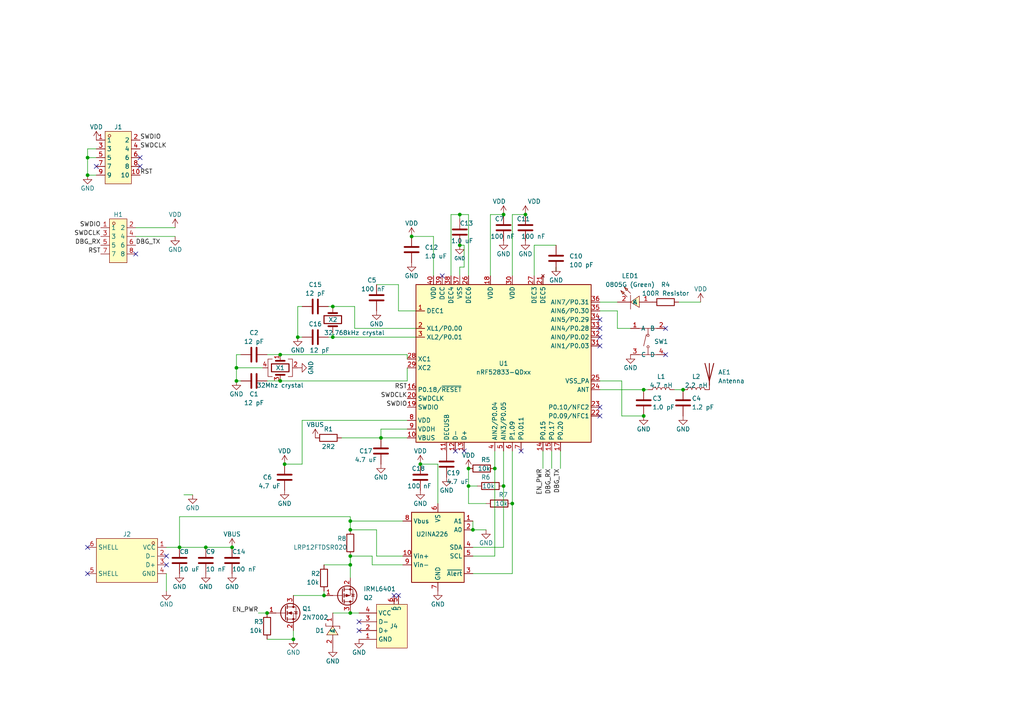
<source format=kicad_sch>
(kicad_sch (version 20231120) (generator "eeschema") (generator_version "8.0")
  (paper "A4")
  (lib_symbols
    (symbol "Device:Antenna" (pin_numbers hide) (pin_names (offset 1.016) hide)
      (property "Reference" "AE" (at -1.905 1.905 0))
      (property "Value" "Antenna" (at -1.905 0 0))
      (symbol "Antenna_1_1"
        (pin input line (at 0 -5.08 90) (length 2.54) (name "A") (number "1"))
      )
    )
    (symbol "Ostranna:1.0 pF" (pin_numbers hide) (pin_names (offset 0.254))
      (property "Reference" "C" (at 0.635 2.54 0))
      (property "Value" "1.0 pF" (at 0.635 -2.54 0))
      (symbol "1.0 pF_1_1"
        (pin passive line (at 0 3.81 270) (length 2.794) (name "~") (number "1"))
        (pin passive line (at 0 -3.81 90) (length 2.794) (name "~") (number "2"))
      )
    )
    (symbol "Ostranna:1.0 uF" (pin_numbers hide) (pin_names (offset 0.254))
      (property "Reference" "C" (at 0.635 2.54 0))
      (property "Value" "1.0 uF" (at 0.635 -2.54 0))
      (symbol "1.0 uF_1_1"
        (pin passive line (at 0 3.81 270) (length 2.794) (name "~") (number "1"))
        (pin passive line (at 0 -3.81 90) (length 2.794) (name "~") (number "2"))
      )
    )
    (symbol "Ostranna:1.2 pF" (pin_numbers hide) (pin_names (offset 0.254))
      (property "Reference" "C" (at 0.635 2.54 0))
      (property "Value" "1.2 pF" (at 0.635 -2.54 0))
      (symbol "1.2 pF_1_1"
        (pin passive line (at 0 3.81 270) (length 2.794) (name "~") (number "1"))
        (pin passive line (at 0 -3.81 90) (length 2.794) (name "~") (number "2"))
      )
    )
    (symbol "Ostranna:10 nF" (pin_numbers hide) (pin_names (offset 0.254))
      (property "Reference" "C" (at 0.635 2.54 0))
      (property "Value" "10 nF" (at 0.635 -2.54 0))
      (symbol "10 nF_1_1"
        (pin passive line (at 0 3.81 270) (length 2.794) (name "~") (number "1"))
        (pin passive line (at 0 -3.81 90) (length 2.794) (name "~") (number "2"))
      )
    )
    (symbol "Ostranna:10 uF" (pin_numbers hide) (pin_names (offset 0.254))
      (property "Reference" "C" (at 0.635 2.54 0))
      (property "Value" "10 uF" (at 0.635 -2.54 0))
      (symbol "10 uF_1_1"
        (pin passive line (at 0 3.81 270) (length 2.794) (name "~") (number "1"))
        (pin passive line (at 0 -3.81 90) (length 2.794) (name "~") (number "2"))
      )
    )
    (symbol "Ostranna:100 nF" (pin_numbers hide) (pin_names (offset 0.254))
      (property "Reference" "C" (at 0.635 2.54 0))
      (property "Value" "100 nF" (at 0.635 -2.54 0))
      (symbol "100 nF_1_1"
        (pin passive line (at 0 3.81 270) (length 2.794) (name "~") (number "1"))
        (pin passive line (at 0 -3.81 90) (length 2.794) (name "~") (number "2"))
      )
    )
    (symbol "Ostranna:100 pF" (pin_numbers hide) (pin_names (offset 0.254))
      (property "Reference" "C" (at 0.635 2.54 0))
      (property "Value" "100 pF" (at 0.635 -2.54 0))
      (symbol "100 pF_1_1"
        (pin passive line (at 0 3.81 270) (length 2.794) (name "~") (number "1"))
        (pin passive line (at 0 -3.81 90) (length 2.794) (name "~") (number "2"))
      )
    )
    (symbol "Ostranna:100R Resistor" (pin_numbers hide) (pin_names (offset 0))
      (property "Reference" "R" (at 2.032 0 90))
      (property "Value" "100R Resistor" (at 0 0 90))
      (symbol "100R Resistor_1_1"
        (pin passive line (at 0 3.81 270) (length 1.27) (name "~") (number "1"))
        (pin passive line (at 0 -3.81 90) (length 1.27) (name "~") (number "2"))
      )
    )
    (symbol "Ostranna:10k Resistor" (pin_numbers hide) (pin_names (offset 0))
      (property "Reference" "R" (at 2.032 0 90))
      (property "Value" "10k" (at 0 0 90))
      (symbol "10k Resistor_1_1"
        (pin passive line (at 0 3.81 270) (length 1.27) (name "~") (number "1"))
        (pin passive line (at 0 -3.81 90) (length 1.27) (name "~") (number "2"))
      )
    )
    (symbol "Ostranna:12 pF" (pin_numbers hide) (pin_names (offset 0.254))
      (property "Reference" "C" (at 0.635 2.54 0))
      (property "Value" "12 pF" (at 0.635 -2.54 0))
      (symbol "12 pF_1_1"
        (pin passive line (at 0 3.81 270) (length 2.794) (name "~") (number "1"))
        (pin passive line (at 0 -3.81 90) (length 2.794) (name "~") (number "2"))
      )
    )
    (symbol "Ostranna:2.2 nH" (pin_numbers hide) (pin_names (offset 1.016) hide)
      (property "Reference" "L" (at -1.27 0 90))
      (property "Value" "2.2 nH" (at 1.905 0 90))
      (symbol "2.2 nH_1_1"
        (pin passive line (at 0 3.81 270) (length 1.27) (name "1") (number "1"))
        (pin passive line (at 0 -3.81 90) (length 1.27) (name "2") (number "2"))
      )
    )
    (symbol "Ostranna:2N7002" (pin_names (offset 0) hide)
      (property "Reference" "Q" (at 5.08 1.27 0))
      (property "Value" "2N7002" (at 5.08 -1.27 0))
      (symbol "2N7002_1_1"
        (pin input line (at -5.08 0 0) (length 2.54) (name "G") (number "1"))
        (pin passive line (at 2.54 -5.08 90) (length 2.54) (name "S") (number "2"))
        (pin passive line (at 2.54 5.08 270) (length 2.54) (name "D") (number "3"))
      )
    )
    (symbol "Ostranna:2R2" (pin_numbers hide) (pin_names (offset 0))
      (property "Reference" "R" (at 2.032 0 90))
      (property "Value" "2R2" (at 0 0 90))
      (symbol "2R2_1_1"
        (pin passive line (at 0 3.81 270) (length 1.27) (name "~") (number "1"))
        (pin passive line (at 0 -3.81 90) (length 1.27) (name "~") (number "2"))
      )
    )
    (symbol "Ostranna:32.768kHz crystal" (pin_numbers hide) (pin_names (offset 1.016) hide)
      (property "Reference" "X" (at 0 3.81 0))
      (property "Value" "32.768kHz crystal" (at 0 -3.81 0))
      (symbol "32.768kHz crystal_1_1"
        (pin passive line (at -3.81 0 0) (length 1.27) (name "1") (number "1"))
        (pin passive line (at 3.81 0 180) (length 1.27) (name "2") (number "2"))
      )
    )
    (symbol "Ostranna:32Mhz crystal" (pin_names (offset 1.016) hide)
      (property "Reference" "X" (at 3.175 5.08 0))
      (property "Value" "32Mhz crystal" (at 3.175 3.175 0))
      (symbol "32Mhz crystal_1_1"
        (pin passive line (at -3.81 0 0) (length 1.27) (name "1") (number "1"))
        (pin passive line (at 0 5.08 270) (length 1.27) (name "2") (number "2"))
        (pin passive line (at 3.81 0 180) (length 1.27) (name "3") (number "3"))
        (pin passive line (at 0 -5.08 90) (length 1.27) (name "4") (number "4"))
      )
    )
    (symbol "Ostranna:4.7 nH" (pin_numbers hide) (pin_names (offset 1.016) hide)
      (property "Reference" "L" (at -1.27 0 90))
      (property "Value" "4.7 nH" (at 1.905 0 90))
      (symbol "4.7 nH_1_1"
        (pin passive line (at 0 3.81 270) (length 1.27) (name "1") (number "1"))
        (pin passive line (at 0 -3.81 90) (length 1.27) (name "2") (number "2"))
      )
    )
    (symbol "Ostranna:4.7 uF" (pin_numbers hide) (pin_names (offset 0.254))
      (property "Reference" "C" (at 0.635 2.54 0))
      (property "Value" "4.7 uF" (at 0.635 -2.54 0))
      (symbol "4.7 uF_1_1"
        (pin passive line (at 0 3.81 270) (length 2.794) (name "~") (number "1"))
        (pin passive line (at 0 -3.81 90) (length 2.794) (name "~") (number "2"))
      )
    )
    (symbol "Ostranna:INA226"
      (property "Reference" "U" (at -6.35 11.43 0))
      (property "Value" "INA226" (at 3.81 11.43 0))
      (symbol "INA226_1_1"
        (pin input line (at 10.16 7.62 180) (length 2.54) (name "A1") (number "1"))
        (pin input line (at -10.16 -2.54 0) (length 2.54) (name "Vin+") (number "10"))
        (pin input line (at 10.16 5.08 180) (length 2.54) (name "A0") (number "2"))
        (pin open_collector line (at 10.16 -7.62 180) (length 2.54) (name "~{Alert}") (number "3"))
        (pin bidirectional line (at 10.16 0 180) (length 2.54) (name "SDA") (number "4"))
        (pin input line (at 10.16 -2.54 180) (length 2.54) (name "SCL") (number "5"))
        (pin power_in line (at 0 12.7 270) (length 2.54) (name "VS") (number "6"))
        (pin power_in line (at 0 -12.7 90) (length 2.54) (name "GND") (number "7"))
        (pin input line (at -10.16 7.62 0) (length 2.54) (name "Vbus") (number "8"))
        (pin input line (at -10.16 -5.08 0) (length 2.54) (name "Vin-") (number "9"))
      )
    )
    (symbol "Ostranna:IRML6401" (pin_names (offset 0) hide)
      (property "Reference" "Q" (at 5.08 1.27 0))
      (property "Value" "IRML6401" (at 5.08 -1.27 0))
      (symbol "IRML6401_1_1"
        (pin input line (at -5.08 0 0) (length 2.54) (name "G") (number "1"))
        (pin passive line (at 2.54 -5.08 90) (length 2.54) (name "S") (number "2"))
        (pin passive line (at 2.54 5.08 270) (length 2.54) (name "D") (number "3"))
      )
    )
    (symbol "Ostranna:LRP12FTDSR020" (pin_numbers hide) (pin_names (offset 0))
      (property "Reference" "R" (at 2.032 0 90))
      (property "Value" "LRP12FTDSR020" (at 0 0 90))
      (symbol "LRP12FTDSR020_1_1"
        (pin passive line (at 0 3.81 270) (length 1.27) (name "~") (number "1"))
        (pin passive line (at 0 -3.81 90) (length 1.27) (name "~") (number "2"))
      )
    )
    (symbol "Ostranna:nRF52833-QDxx"
      (property "Reference" "U" (at -2.54 0 0))
      (property "Value" "nRF52833-QDxx" (at -2.54 -2.54 0))
      (symbol "nRF52833-QDxx_1_1"
        (pin passive line (at -25.4 15.24 0) (length 2.54) (name "DEC1") (number "1"))
        (pin power_in line (at -27.94 -21.59 0) (length 2.54) (name "VBUS") (number "10"))
        (pin passive line (at -16.51 -25.4 90) (length 2.54) (name "DECUSB") (number "11"))
        (pin bidirectional line (at -13.97 -25.4 90) (length 2.54) (name "D-") (number "12"))
        (pin bidirectional line (at -11.43 -25.4 90) (length 2.54) (name "D+") (number "13"))
        (pin bidirectional line (at 11.43 -25.4 90) (length 2.54) (name "P0.15") (number "14"))
        (pin bidirectional line (at 13.97 -25.4 90) (length 2.54) (name "P0.17") (number "15"))
        (pin bidirectional line (at -27.94 -7.62 0) (length 2.54) (name "P0.18/~{RESET}") (number "16"))
        (pin bidirectional line (at 16.51 -25.4 90) (length 2.54) (name "P0.20") (number "17"))
        (pin power_in line (at -3.81 25.4 270) (length 2.54) (name "VDD") (number "18"))
        (pin bidirectional line (at -27.94 -12.7 0) (length 2.54) (name "SWDIO") (number "19"))
        (pin input line (at -25.4 10.16 0) (length 2.54) (name "XL1/P0.00") (number "2"))
        (pin input line (at -27.94 -10.16 0) (length 2.54) (name "SWDCLK") (number "20"))
        (pin no_connect line (at 11.43 25.4 270) (length 2.54) (name "DEC5") (number "21"))
        (pin bidirectional line (at 27.94 -15.24 180) (length 2.54) (name "P0.09/NFC1") (number "22"))
        (pin bidirectional line (at 27.94 -12.7 180) (length 2.54) (name "P0.10/NFC2") (number "23"))
        (pin passive line (at 27.94 -7.62 180) (length 2.54) (name "ANT") (number "24"))
        (pin power_in line (at 27.94 -5.08 180) (length 2.54) (name "VSS_PA") (number "25"))
        (pin passive line (at -10.16 25.4 270) (length 2.54) (name "DEC6") (number "26"))
        (pin passive line (at 8.89 25.4 270) (length 2.54) (name "DEC3") (number "27"))
        (pin input line (at -27.94 1.27 0) (length 2.54) (name "XC1") (number "28"))
        (pin input line (at -27.94 -1.27 0) (length 2.54) (name "XC2") (number "29"))
        (pin input line (at -25.4 7.62 0) (length 2.54) (name "XL2/P0.01") (number "3"))
        (pin power_in line (at 2.54 25.4 270) (length 2.54) (name "VDD") (number "30"))
        (pin bidirectional line (at 27.94 5.08 180) (length 2.54) (name "AIN1/P0.03") (number "31"))
        (pin bidirectional line (at 27.94 7.62 180) (length 2.54) (name "AIN0/P0.02") (number "32"))
        (pin bidirectional line (at 27.94 10.16 180) (length 2.54) (name "AIN4/P0.28") (number "33"))
        (pin bidirectional line (at 27.94 12.7 180) (length 2.54) (name "AIN5/P0.29") (number "34"))
        (pin bidirectional line (at 27.94 15.24 180) (length 2.54) (name "AIN6/P0.30") (number "35"))
        (pin bidirectional line (at 27.94 17.78 180) (length 2.54) (name "AIN7/P0.31") (number "36"))
        (pin power_in line (at -12.7 25.4 270) (length 2.54) (name "VSS") (number "37"))
        (pin passive line (at -15.24 25.4 270) (length 2.54) (name "DEC4") (number "38"))
        (pin power_out line (at -17.78 25.4 270) (length 2.54) (name "DCC") (number "39"))
        (pin bidirectional line (at -2.54 -25.4 90) (length 2.54) (name "AIN2/P0.04") (number "4"))
        (pin power_in line (at -20.32 25.4 270) (length 2.54) (name "VDD") (number "40"))
        (pin passive line (at -22.86 25.4 270) (length 2.54) hide (name "VSS") (number "41"))
        (pin bidirectional line (at 0 -25.4 90) (length 2.54) (name "AIN3/P0.05") (number "5"))
        (pin bidirectional line (at 2.54 -25.4 90) (length 2.54) (name "P1.09") (number "6"))
        (pin bidirectional line (at 5.08 -25.4 90) (length 2.54) (name "P0.011") (number "7"))
        (pin power_in line (at -27.94 -16.51 0) (length 2.54) (name "VDD") (number "8"))
        (pin power_in line (at -27.94 -19.05 0) (length 2.54) (name "VDDH") (number "9"))
      )
    )
    (symbol "easyeda2kicad:0805G(Green)"
      (property "Reference" "LED" (at 0 5.08 0))
      (property "Value" "0805G (Green)" (at 0 -5.08 0))
      (symbol "0805G(Green)_0_1"
        (pin unspecified line (at 5.08 0 180) (length 3.81) (name "A") (number "1"))
        (pin unspecified line (at -5.08 0 0) (length 3.81) (name "K") (number "2"))
      )
    )
    (symbol "easyeda2kicad:1N5819WS"
      (property "Reference" "D" (at 0 5.08 0))
      (property "Value" "1N5819WS" (at 0 -5.08 0))
      (symbol "1N5819WS_0_1"
        (pin unspecified line (at -5.08 0 0) (length 3.81) (name "C") (number "1"))
        (pin unspecified line (at 5.08 0 180) (length 3.81) (name "A") (number "2"))
      )
    )
    (symbol "easyeda2kicad:917-P81A202ES60201"
      (property "Reference" "USB" (at 0 10.16 0))
      (property "Value" "917-P81A202ES60201" (at 0 -7.62 0))
      (symbol "917-P81A202ES60201_0_1"
        (pin unspecified line (at -12.7 5.08 0) (length 2.54) (name "VCC") (number "1"))
        (pin unspecified line (at -12.7 2.54 0) (length 2.54) (name "D-") (number "2"))
        (pin unspecified line (at -12.7 0 0) (length 2.54) (name "D+") (number "3"))
        (pin unspecified line (at -12.7 -2.54 0) (length 2.54) (name "GND") (number "4"))
        (pin unspecified line (at 10.16 -2.54 180) (length 2.54) (name "SHELL") (number "5"))
        (pin unspecified line (at 10.16 5.08 180) (length 2.54) (name "SHELL") (number "6"))
      )
    )
    (symbol "easyeda2kicad:A_FLCPTruecolor1.2pillar_C42605"
      (property "Reference" "USB" (at 0 6.35 0))
      (property "Value" "A/F LCPTrue color1.2pillar_C42605" (at 0 -16.51 0))
      (symbol "A_FLCPTruecolor1.2pillar_C42605_0_1"
        (pin unspecified line (at 6.35 1.27 180) (length 5.08) (name "GND") (number "1"))
        (pin unspecified line (at 6.35 -1.27 180) (length 5.08) (name "D+") (number "2"))
        (pin unspecified line (at 6.35 -3.81 180) (length 5.08) (name "D-") (number "3"))
        (pin unspecified line (at 6.35 -6.35 180) (length 5.08) (name "VCC") (number "4"))
        (pin unspecified line (at -5.08 -11.43 90) (length 2.54) (name "5") (number "5"))
        (pin unspecified line (at -3.81 -11.43 90) (length 2.54) (name "6") (number "6"))
      )
    )
    (symbol "easyeda2kicad:DZ254R-22-08-63"
      (property "Reference" "H" (at 0 8.89 0))
      (property "Value" "DZ254R-22-08-63" (at 0 -8.89 0))
      (symbol "DZ254R-22-08-63_0_1"
        (pin unspecified line (at -5.08 3.81 0) (length 2.54) (name "1") (number "1"))
        (pin unspecified line (at 5.08 3.81 180) (length 2.54) (name "2") (number "2"))
        (pin unspecified line (at -5.08 1.27 0) (length 2.54) (name "3") (number "3"))
        (pin unspecified line (at 5.08 1.27 180) (length 2.54) (name "4") (number "4"))
        (pin unspecified line (at -5.08 -1.27 0) (length 2.54) (name "5") (number "5"))
        (pin unspecified line (at 5.08 -1.27 180) (length 2.54) (name "6") (number "6"))
        (pin unspecified line (at -5.08 -3.81 0) (length 2.54) (name "7") (number "7"))
        (pin unspecified line (at 5.08 -3.81 180) (length 2.54) (name "8") (number "8"))
      )
    )
    (symbol "easyeda2kicad:KH-1.27PH180-2X5P-L7.2-SMT"
      (property "Reference" "H" (at 0 10.16 0))
      (property "Value" "KH-1.27PH180-2X5P-L7.2-SMT" (at 0 -10.16 0))
      (symbol "KH-1.27PH180-2X5P-L7.2-SMT_0_1"
        (pin unspecified line (at -6.35 5.08 0) (length 2.54) (name "1") (number "1"))
        (pin unspecified line (at 6.35 -5.08 180) (length 2.54) (name "10") (number "10"))
        (pin unspecified line (at 6.35 5.08 180) (length 2.54) (name "2") (number "2"))
        (pin unspecified line (at -6.35 2.54 0) (length 2.54) (name "3") (number "3"))
        (pin unspecified line (at 6.35 2.54 180) (length 2.54) (name "4") (number "4"))
        (pin unspecified line (at -6.35 0 0) (length 2.54) (name "5") (number "5"))
        (pin unspecified line (at 6.35 0 180) (length 2.54) (name "6") (number "6"))
        (pin unspecified line (at -6.35 -2.54 0) (length 2.54) (name "7") (number "7"))
        (pin unspecified line (at 6.35 -2.54 180) (length 2.54) (name "8") (number "8"))
        (pin unspecified line (at -6.35 -5.08 0) (length 2.54) (name "9") (number "9"))
      )
    )
    (symbol "easyeda2kicad:TS-1187A-B-A-B"
      (property "Reference" "SW" (at 0 7.62 0))
      (property "Value" "TS-1187A-B-A-B" (at 0 -10.16 0))
      (symbol "TS-1187A-B-A-B_0_1"
        (pin unspecified line (at -5.08 2.54 0) (length 2.54) (name "A") (number "1"))
        (pin unspecified line (at 5.08 2.54 180) (length 2.54) (name "B") (number "2"))
        (pin unspecified line (at -5.08 -5.08 0) (length 2.54) (name "C") (number "3"))
        (pin unspecified line (at 5.08 -5.08 180) (length 2.54) (name "D") (number "4"))
      )
    )
    (symbol "power:GND" (power) (pin_names (offset 0))
      (property "Value" "GND" (at 0 -3.81 0))
      (symbol "GND_1_1"
        (pin power_in line (at 0 0 270) (length 0) hide (name "GND") (number "1"))
      )
    )
    (symbol "power:VBUS" (power) (pin_names (offset 0))
      (property "Value" "VBUS" (at 0 3.81 0))
      (symbol "VBUS_1_1"
        (pin power_in line (at 0 0 90) (length 0) hide (name "VBUS") (number "1"))
      )
    )
    (symbol "power:VDD" (power) (pin_names (offset 0))
      (property "Value" "VDD" (at 0 3.81 0))
      (symbol "VDD_1_1"
        (pin power_in line (at 0 0 90) (length 0) hide (name "VDD") (number "1"))
      )
    )
  )
  (junction (at 148.59 146.05))
  (junction (at 101.6 151.13))
  (junction (at 133.35 62.23))
  (junction (at 52.07 158.75))
  (junction (at 67.31 158.75))
  (junction (at 143.51 135.89))
  (junction (at 25.4 45.72))
  (junction (at 110.49 127))
  (junction (at 119.38 68.58))
  (junction (at 121.92 134.62))
  (junction (at 68.58 106.68))
  (junction (at 81.28 110.49))
  (junction (at 86.36 97.79))
  (junction (at 186.69 120.65))
  (junction (at 77.47 177.8))
  (junction (at 101.6 161.29))
  (junction (at 82.55 134.62))
  (junction (at 146.05 140.97))
  (junction (at 59.69 158.75))
  (junction (at 186.69 113.03))
  (junction (at 135.89 140.97))
  (junction (at 137.16 153.67))
  (junction (at 93.98 172.72))
  (junction (at 68.58 110.49))
  (junction (at 96.52 97.79))
  (junction (at 146.05 62.23))
  (junction (at 101.6 153.67))
  (junction (at 101.6 177.8))
  (junction (at 152.4 62.23))
  (junction (at 85.09 185.42))
  (junction (at 198.12 113.03))
  (junction (at 101.6 163.83))
  (junction (at 135.89 135.89))
  (junction (at 81.28 102.87))
  (junction (at 133.35 71.12))
  (junction (at 25.4 50.8))
  (junction (at 96.52 88.9))
  (no_connect (at 25.4 166.37))
  (no_connect (at 173.99 92.71))
  (no_connect (at 40.64 45.72))
  (no_connect (at 134.62 130.81))
  (no_connect (at 39.37 73.66))
  (no_connect (at 173.99 97.79))
  (no_connect (at 27.94 48.26))
  (no_connect (at 115.57 172.72))
  (no_connect (at 173.99 100.33))
  (no_connect (at 88.9 246.38))
  (no_connect (at 132.08 130.81))
  (no_connect (at 173.99 120.65))
  (no_connect (at 193.04 102.87))
  (no_connect (at 104.14 180.34))
  (no_connect (at 193.04 95.25))
  (no_connect (at 104.14 182.88))
  (no_connect (at 48.26 161.29))
  (no_connect (at 40.64 48.26))
  (no_connect (at 151.13 130.81))
  (no_connect (at 114.3 172.72))
  (no_connect (at 173.99 118.11))
  (no_connect (at 25.4 158.75))
  (no_connect (at 128.27 80.01))
  (no_connect (at 48.26 163.83))
  (no_connect (at 173.99 95.25))
  (wire (pts (xy 125.73 68.58) (xy 119.38 68.58)))
  (wire (pts (xy 148.59 146.05) (xy 148.59 166.37)))
  (wire (pts (xy 110.49 127) (xy 118.11 127)))
  (wire (pts (xy 118.11 110.49) (xy 118.11 106.68)))
  (wire (pts (xy 187.96 113.03) (xy 186.69 113.03)))
  (wire (pts (xy 101.6 161.29) (xy 101.6 163.83)))
  (wire (pts (xy 102.87 95.25) (xy 102.87 88.9)))
  (wire (pts (xy 68.58 106.68) (xy 76.2 106.68)))
  (wire (pts (xy 196.85 87.63) (xy 203.2 87.63)))
  (wire (pts (xy 162.56 130.81) (xy 162.56 135.89)))
  (wire (pts (xy 180.34 120.65) (xy 186.69 120.65)))
  (wire (pts (xy 127 134.62) (xy 127 146.05)))
  (wire (pts (xy 143.51 135.89) (xy 143.51 161.29)))
  (wire (pts (xy 52.07 149.86) (xy 52.07 158.75)))
  (wire (pts (xy 173.99 90.17) (xy 179.07 90.17)))
  (wire (pts (xy 179.07 87.63) (xy 173.99 87.63)))
  (wire (pts (xy 143.51 130.81) (xy 143.51 135.89)))
  (wire (pts (xy 27.94 50.8) (xy 25.4 50.8)))
  (wire (pts (xy 137.16 166.37) (xy 148.59 166.37)))
  (wire (pts (xy 77.47 110.49) (xy 81.28 110.49)))
  (wire (pts (xy 107.95 161.29) (xy 101.6 161.29)))
  (wire (pts (xy 130.81 62.23) (xy 133.35 62.23)))
  (wire (pts (xy 77.47 102.87) (xy 81.28 102.87)))
  (wire (pts (xy 101.6 163.83) (xy 101.6 167.64)))
  (wire (pts (xy 87.63 121.92) (xy 118.11 121.92)))
  (wire (pts (xy 107.95 163.83) (xy 107.95 161.29)))
  (wire (pts (xy 121.92 134.62) (xy 127 134.62)))
  (wire (pts (xy 133.35 63.5) (xy 133.35 62.23)))
  (wire (pts (xy 148.59 146.05) (xy 148.59 130.81)))
  (wire (pts (xy 137.16 161.29) (xy 143.51 161.29)))
  (wire (pts (xy 25.4 50.8) (xy 25.4 45.72)))
  (wire (pts (xy 82.55 134.62) (xy 87.63 134.62)))
  (wire (pts (xy 85.09 185.42) (xy 85.09 182.88)))
  (wire (pts (xy 148.59 62.23) (xy 152.4 62.23)))
  (wire (pts (xy 68.58 102.87) (xy 68.58 106.68)))
  (wire (pts (xy 93.98 163.83) (xy 101.6 163.83)))
  (wire (pts (xy 101.6 151.13) (xy 101.6 149.86)))
  (wire (pts (xy 135.89 135.89) (xy 135.89 140.97)))
  (wire (pts (xy 99.06 127) (xy 110.49 127)))
  (wire (pts (xy 173.99 113.03) (xy 186.69 113.03)))
  (wire (pts (xy 81.28 102.87) (xy 118.11 102.87)))
  (wire (pts (xy 59.69 158.75) (xy 67.31 158.75)))
  (wire (pts (xy 148.59 80.01) (xy 148.59 62.23)))
  (wire (pts (xy 173.99 110.49) (xy 180.34 110.49)))
  (wire (pts (xy 161.29 78.74) (xy 161.29 77.47)))
  (wire (pts (xy 140.97 146.05) (xy 135.89 146.05)))
  (wire (pts (xy 142.24 62.23) (xy 142.24 80.01)))
  (wire (pts (xy 180.34 110.49) (xy 180.34 120.65)))
  (wire (pts (xy 25.4 45.72) (xy 27.94 45.72)))
  (wire (pts (xy 154.94 80.01) (xy 154.94 71.12)))
  (wire (pts (xy 115.57 90.17) (xy 115.57 82.55)))
  (wire (pts (xy 157.48 130.81) (xy 157.48 135.89)))
  (wire (pts (xy 179.07 95.25) (xy 182.88 95.25)))
  (wire (pts (xy 120.65 90.17) (xy 115.57 90.17)))
  (wire (pts (xy 52.07 158.75) (xy 59.69 158.75)))
  (wire (pts (xy 135.89 62.23) (xy 135.89 80.01)))
  (wire (pts (xy 27.94 43.18) (xy 25.4 43.18)))
  (wire (pts (xy 86.36 88.9) (xy 86.36 97.79)))
  (wire (pts (xy 102.87 88.9) (xy 96.52 88.9)))
  (wire (pts (xy 87.63 88.9) (xy 86.36 88.9)))
  (wire (pts (xy 146.05 140.97) (xy 146.05 130.81)))
  (wire (pts (xy 95.25 88.9) (xy 96.52 88.9)))
  (wire (pts (xy 109.22 153.67) (xy 101.6 153.67)))
  (wire (pts (xy 25.4 43.18) (xy 25.4 45.72)))
  (wire (pts (xy 87.63 134.62) (xy 87.63 121.92)))
  (wire (pts (xy 118.11 124.46) (xy 110.49 124.46)))
  (wire (pts (xy 137.16 153.67) (xy 140.97 153.67)))
  (wire (pts (xy 81.28 110.49) (xy 118.11 110.49)))
  (wire (pts (xy 133.35 62.23) (xy 135.89 62.23)))
  (wire (pts (xy 68.58 106.68) (xy 68.58 110.49)))
  (wire (pts (xy 160.02 130.81) (xy 160.02 135.89)))
  (wire (pts (xy 48.26 166.37) (xy 48.26 171.45)))
  (wire (pts (xy 96.52 97.79) (xy 96.52 96.52)))
  (wire (pts (xy 115.57 82.55) (xy 109.22 82.55)))
  (wire (pts (xy 74.93 177.8) (xy 77.47 177.8)))
  (wire (pts (xy 137.16 158.75) (xy 146.05 158.75)))
  (wire (pts (xy 179.07 90.17) (xy 179.07 95.25)))
  (wire (pts (xy 118.11 102.87) (xy 118.11 104.14)))
  (wire (pts (xy 133.35 77.47) (xy 134.62 77.47)))
  (wire (pts (xy 109.22 161.29) (xy 116.84 161.29)))
  (wire (pts (xy 53.34 143.51) (xy 55.88 143.51)))
  (wire (pts (xy 135.89 140.97) (xy 138.43 140.97)))
  (wire (pts (xy 101.6 151.13) (xy 101.6 153.67)))
  (wire (pts (xy 96.52 97.79) (xy 120.65 97.79)))
  (wire (pts (xy 96.52 177.8) (xy 101.6 177.8)))
  (wire (pts (xy 85.09 172.72) (xy 93.98 172.72)))
  (wire (pts (xy 116.84 163.83) (xy 107.95 163.83)))
  (wire (pts (xy 101.6 151.13) (xy 116.84 151.13)))
  (wire (pts (xy 52.07 149.86) (xy 101.6 149.86)))
  (wire (pts (xy 195.58 113.03) (xy 198.12 113.03)))
  (wire (pts (xy 77.47 185.42) (xy 85.09 185.42)))
  (wire (pts (xy 125.73 80.01) (xy 125.73 68.58)))
  (wire (pts (xy 50.8 66.04) (xy 39.37 66.04)))
  (wire (pts (xy 110.49 124.46) (xy 110.49 127)))
  (wire (pts (xy 137.16 151.13) (xy 137.16 153.67)))
  (wire (pts (xy 142.24 62.23) (xy 146.05 62.23)))
  (wire (pts (xy 133.35 80.01) (xy 133.35 77.47)))
  (wire (pts (xy 154.94 71.12) (xy 161.29 71.12)))
  (wire (pts (xy 135.89 140.97) (xy 135.89 146.05)))
  (wire (pts (xy 134.62 71.12) (xy 133.35 71.12)))
  (wire (pts (xy 48.26 158.75) (xy 52.07 158.75)))
  (wire (pts (xy 109.22 161.29) (xy 109.22 153.67)))
  (wire (pts (xy 146.05 140.97) (xy 146.05 158.75)))
  (wire (pts (xy 95.25 97.79) (xy 96.52 97.79)))
  (wire (pts (xy 120.65 95.25) (xy 102.87 95.25)))
  (wire (pts (xy 93.98 171.45) (xy 93.98 172.72)))
  (wire (pts (xy 69.85 102.87) (xy 68.58 102.87)))
  (wire (pts (xy 39.37 68.58) (xy 50.8 68.58)))
  (wire (pts (xy 134.62 77.47) (xy 134.62 71.12)))
  (wire (pts (xy 87.63 97.79) (xy 86.36 97.79)))
  (wire (pts (xy 104.14 177.8) (xy 101.6 177.8)))
  (wire (pts (xy 130.81 80.01) (xy 130.81 62.23)))
  (wire (pts (xy 68.58 110.49) (xy 69.85 110.49)))
  (label "DBG_TX" (at 162.56 135.89 270))
  (label "DBG_RX" (at 160.02 135.89 270))
  (label "EN_PWR" (at 157.48 135.89 270))
  (label "SWDIO" (at 40.64 40.64 0))
  (label "RST" (at 40.64 50.8 0))
  (label "SWDIO" (at 118.11 118.11 180))
  (label "RST" (at 29.21 73.66 180))
  (label "SWDCLK" (at 118.11 115.57 180))
  (label "RST" (at 118.11 113.03 180))
  (label "EN_PWR" (at 74.93 177.8 180))
  (label "SWDCLK" (at 29.21 68.58 180))
  (label "SWDCLK" (at 40.64 43.18 0))
  (label "DBG_TX" (at 39.37 71.12 0))
  (label "SWDIO" (at 29.21 66.04 180))
  (label "DBG_RX" (at 29.21 71.12 180))
  (symbol (lib_id "easyeda2kicad:0805G(Green)") (at 184.15 87.63 0) (unit 1)
    (property "Reference" "LED1" (at 182.755 80.01 0))
    (property "Value" "0805G (Green)" (at 182.755 82.55 0))
    (property "Footprint" "easyeda2kicad:LED0805-R-RD" (effects (hide yes)))
    (property "Datasheet" "https://lcsc.com/product-detail/Light-Emitting-Diodes-LED_Green-0805-Highlighted_C2297.html" (effects (hide yes)))
    (property "Manufacturer" "KENTO" (effects (hide yes)))
    (property "LCSC Part" "C2297" (effects (hide yes)))
    (property "JLC Part" "Basic Part" (effects (hide yes)))
  )
  (symbol (lib_id "Ostranna:12 pF") (at 73.66 102.87 90) (unit 1)
    (property "Reference" "C2" (at 73.66 96.52 90))
    (property "Value" "12 pF" (at 73.66 99.06 90))
    (property "Footprint" "Capacitor_SMD:C_0402_1005Metric" (effects (hide yes)))
    (property "LCSC" "C1547" (effects (hide yes)))
    (property "LCSC type" "Basic" (effects (hide yes)))
  )
  (symbol (lib_id "power:GND") (at 146.05 69.85 0) (unit 1)
    (property "Reference" "#PWR010" (effects (hide yes)))
    (property "Value" "GND" (at 146.05 73.66 0))
  )
  (symbol (lib_id "power:GND") (at 109.22 90.17 0) (unit 1)
    (property "Reference" "#PWR013" (effects (hide yes)))
    (property "Value" "GND" (at 109.22 93.98 0))
  )
  (symbol (lib_id "Ostranna:12 pF") (at 91.44 88.9 90) (unit 1)
    (property "Reference" "C15" (at 91.44 82.55 90))
    (property "Value" "12 pF" (at 91.44 85.09 90))
    (property "Footprint" "Capacitor_SMD:C_0402_1005Metric" (effects (hide yes)))
    (property "LCSC" "C1547" (effects (hide yes)))
    (property "LCSC type" "Basic" (effects (hide yes)))
  )
  (symbol (lib_id "Ostranna:4.7 uF") (at 129.54 134.62 0) (unit 1)
    (property "Reference" "C19" (at 129.54 137.16 0) (effects (justify left)))
    (property "Value" "4.7 uF" (at 129.54 139.7 0) (effects (justify left)))
    (property "Footprint" "Capacitor_SMD:C_0603_1608Metric" (effects (hide yes)))
    (property "LCSC" "C19666" (effects (hide yes)))
    (property "LCSC type" "Basic" (effects (hide yes)))
  )
  (symbol (lib_id "power:VDD") (at 146.05 62.23 0) (unit 1)
    (property "Reference" "#PWR09" (effects (hide yes)))
    (property "Value" "VDD" (at 144.78 58.42 0))
  )
  (symbol (lib_id "Ostranna:2.2 nH") (at 201.93 113.03 90) (unit 1)
    (property "Reference" "L2" (at 201.93 109.22 90))
    (property "Value" "2.2 nH" (at 201.93 111.76 90))
    (property "Footprint" "Inductor_SMD:L_0402_1005Metric" (effects (hide yes)))
    (property "LCSC" "C2044084" (effects (hide yes)))
  )
  (symbol (lib_id "power:GND") (at 104.14 185.42 0) (unit 1)
    (property "Reference" "#PWR026" (effects (hide yes)))
    (property "Value" "GND" (at 104.14 189.23 0))
  )
  (symbol (lib_id "power:VDD") (at 82.55 134.62 0) (unit 1)
    (property "Reference" "#PWR016" (effects (hide yes)))
    (property "Value" "VDD" (at 82.55 130.81 0))
  )
  (symbol (lib_id "power:GND") (at 59.69 166.37 0) (unit 1)
    (property "Reference" "#PWR028" (effects (hide yes)))
    (property "Value" "GND" (at 59.69 170.18 0))
  )
  (symbol (lib_id "Ostranna:100 nF") (at 121.92 138.43 0) (unit 1)
    (property "Reference" "C18" (at 119.38 135.89 0) (effects (justify left)))
    (property "Value" "100 nF" (at 118.11 140.97 0) (effects (justify left)))
    (property "Footprint" "Capacitor_SMD:C_0402_1005Metric" (effects (hide yes)))
    (property "LCSC" "C1525" (effects (hide yes)))
    (property "LCSC type" "Basic" (effects (hide yes)))
  )
  (symbol (lib_id "power:GND") (at 96.52 187.96 0) (unit 1)
    (property "Reference" "#PWR037" (effects (hide yes)))
    (property "Value" "GND" (at 96.52 191.77 0))
  )
  (symbol (lib_id "Ostranna:4.7 uF") (at 82.55 138.43 0) (unit 1)
    (property "Reference" "C6" (at 76.2 138.43 0) (effects (justify left)))
    (property "Value" "4.7 uF" (at 74.93 140.97 0) (effects (justify left)))
    (property "Footprint" "Capacitor_SMD:C_0603_1608Metric" (effects (hide yes)))
    (property "LCSC" "C19666" (effects (hide yes)))
    (property "LCSC type" "Basic" (effects (hide yes)))
  )
  (symbol (lib_id "power:GND") (at 50.8 68.58 0) (unit 1)
    (property "Reference" "#PWR036" (effects (hide yes)))
    (property "Value" "GND" (at 50.8 72.39 0))
  )
  (symbol (lib_id "easyeda2kicad:A_FLCPTruecolor1.2pillar_C42605") (at 110.49 184.15 180) (unit 1)
    (property "Reference" "J4" (at 113.03 181.61 0) (effects (justify right)))
    (property "Value" "A/F LCPTrue color1.2pillar_C42605" (effects (hide yes)))
    (property "Footprint" "easyeda2kicad:USB-A-SMD_USB-M-32" (effects (hide yes)))
    (property "Datasheet" "https://lcsc.com/product-detail/USB-Connectors_A-F-LCPTrue-color1-2pillar-High-temperature_C42605.html" (effects (hide yes)))
    (property "Manufacturer" "精拓金" (effects (hide yes)))
    (property "LCSC Part" "C42605" (effects (hide yes)))
    (property "JLC Part" "Extended Part" (effects (hide yes)))
  )
  (symbol (lib_id "Ostranna:1.0 uF") (at 119.38 72.39 0) (unit 1)
    (property "Reference" "C12" (at 123.19 71.755 0) (effects (justify left)))
    (property "Value" "1.0 uF" (at 123.19 74.295 0) (effects (justify left)))
    (property "Footprint" "Capacitor_SMD:C_0603_1608Metric" (effects (hide yes)))
    (property "LCSC" "C15849" (effects (hide yes)))
    (property "LCSC type" "Basic" (effects (hide yes)))
  )
  (symbol (lib_id "Ostranna:10k Resistor") (at 139.7 135.89 90) (unit 1)
    (property "Reference" "R5" (at 142.24 133.35 90) (effects (justify left)))
    (property "Value" "10k" (at 142.24 135.89 90) (effects (justify left)))
    (property "Footprint" "Resistor_SMD:R_0402_1005Metric" (effects (hide yes)))
    (property "LCSC" "C270371" (effects (hide yes)))
  )
  (symbol (lib_id "Ostranna:100 nF") (at 67.31 162.56 0) (unit 1)
    (property "Reference" "C14" (at 67.31 160.02 0) (effects (justify left)))
    (property "Value" "100 nF" (at 67.31 165.1 0) (effects (justify left)))
    (property "Footprint" "Capacitor_SMD:C_0402_1005Metric" (effects (hide yes)))
    (property "LCSC" "C1525" (effects (hide yes)))
    (property "LCSC type" "Basic" (effects (hide yes)))
  )
  (symbol (lib_id "power:GND") (at 82.55 142.24 0) (unit 1)
    (property "Reference" "#PWR015" (effects (hide yes)))
    (property "Value" "GND" (at 82.55 146.05 0))
  )
  (symbol (lib_id "power:VDD") (at 203.2 87.63 0) (unit 1)
    (property "Reference" "#PWR038" (effects (hide yes)))
    (property "Value" "VDD" (at 203.2 83.82 0))
  )
  (symbol (lib_id "easyeda2kicad:DZ254R-22-08-63") (at 34.29 69.85 0) (unit 1) (in_bom no)
    (property "Reference" "H1" (at 34.29 62.23 0))
    (property "Value" "DZ254R-22-08-63" (effects (hide yes)))
    (property "Footprint" "easyeda2kicad:HDR-TH_8P-P2.54-V-M-R2-C4-S2.54" (effects (hide yes)))
    (property "Manufacturer" "DEALON(德艺隆)" (effects (hide yes)))
    (property "LCSC Part" "C2935919" (effects (hide yes)))
    (property "JLC Part" "Extended Part" (effects (hide yes)))
  )
  (symbol (lib_id "Ostranna:4.7 uF") (at 110.49 130.81 0) (unit 1)
    (property "Reference" "C17" (at 104.14 130.81 0) (effects (justify left)))
    (property "Value" "4.7 uF" (at 102.87 133.35 0) (effects (justify left)))
    (property "Footprint" "Capacitor_SMD:C_0603_1608Metric" (effects (hide yes)))
    (property "LCSC" "C19666" (effects (hide yes)))
    (property "LCSC type" "Basic" (effects (hide yes)))
  )
  (symbol (lib_id "Ostranna:100 pF") (at 161.29 74.93 0) (unit 1)
    (property "Reference" "C10" (at 165.1 74.295 0) (effects (justify left)))
    (property "Value" "100 pF" (at 165.1 76.835 0) (effects (justify left)))
    (property "Footprint" "Capacitor_SMD:C_0402_1005Metric" (effects (hide yes)))
    (property "LCSC" "C1546" (effects (hide yes)))
    (property "LCSC type" "Basic" (effects (hide yes)))
  )
  (symbol (lib_id "Ostranna:1.0 uF") (at 133.35 67.31 0) (unit 1)
    (property "Reference" "C13" (at 133.35 64.77 0) (effects (justify left)))
    (property "Value" "1.0 uF" (at 130.81 69.85 0) (effects (justify left)))
    (property "Footprint" "Capacitor_SMD:C_0603_1608Metric" (effects (hide yes)))
    (property "LCSC" "C15849" (effects (hide yes)))
    (property "LCSC type" "Basic" (effects (hide yes)))
  )
  (symbol (lib_id "power:VBUS") (at 91.44 127 0) (unit 1)
    (property "Reference" "#PWR017" (effects (hide yes)))
    (property "Value" "VBUS" (at 91.44 123.19 0))
  )
  (symbol (lib_id "power:GND") (at 68.58 110.49 0) (unit 1)
    (property "Reference" "#PWR02" (effects (hide yes)))
    (property "Value" "GND" (at 68.58 114.3 0))
  )
  (symbol (lib_id "power:GND") (at 52.07 166.37 0) (unit 1)
    (property "Reference" "#PWR027" (effects (hide yes)))
    (property "Value" "GND" (at 52.07 170.18 0))
  )
  (symbol (lib_id "power:GND") (at 182.88 102.87 0) (unit 1)
    (property "Reference" "#PWR039" (effects (hide yes)))
    (property "Value" "GND" (at 182.88 106.68 0))
  )
  (symbol (lib_id "power:VDD") (at 152.4 62.23 0) (unit 1)
    (property "Reference" "#PWR08" (effects (hide yes)))
    (property "Value" "VDD" (at 154.94 58.42 0))
  )
  (symbol (lib_id "Ostranna:100 nF") (at 146.05 66.04 0) (unit 1)
    (property "Reference" "C7" (at 143.51 63.5 0) (effects (justify left)))
    (property "Value" "100 nF" (at 142.24 68.58 0) (effects (justify left)))
    (property "Footprint" "Capacitor_SMD:C_0402_1005Metric" (effects (hide yes)))
    (property "LCSC" "C1525" (effects (hide yes)))
    (property "LCSC type" "Basic" (effects (hide yes)))
  )
  (symbol (lib_id "power:GND") (at 25.4 50.8 0) (unit 1)
    (property "Reference" "#PWR035" (effects (hide yes)))
    (property "Value" "GND" (at 25.4 54.61 0))
  )
  (symbol (lib_id "Ostranna:IRML6401") (at 99.06 172.72 0) (mirror x) (unit 1)
    (property "Reference" "Q2" (at 105.41 173.355 0) (effects (justify left)))
    (property "Value" "IRML6401" (at 105.41 170.815 0) (effects (justify left)))
    (property "Footprint" "Package_TO_SOT_SMD:SOT-23" (effects (hide yes)))
    (property "LCSC" "C3034" (effects (hide yes)))
  )
  (symbol (lib_id "power:GND") (at 67.31 166.37 0) (unit 1)
    (property "Reference" "#PWR029" (effects (hide yes)))
    (property "Value" "GND" (at 67.31 170.18 0))
  )
  (symbol (lib_id "power:GND") (at 86.36 106.68 90) (unit 1)
    (property "Reference" "#PWR03" (effects (hide yes)))
    (property "Value" "GND" (at 90.17 106.68 0))
  )
  (symbol (lib_id "power:GND") (at 55.88 143.51 0) (unit 1)
    (property "Reference" "#PWR022" (effects (hide yes)))
    (property "Value" "GND" (at 55.88 147.32 0))
  )
  (symbol (lib_id "power:VDD") (at 50.8 66.04 0) (unit 1)
    (property "Reference" "#PWR023" (effects (hide yes)))
    (property "Value" "VDD" (at 50.8 62.23 0))
  )
  (symbol (lib_id "power:GND") (at 85.09 185.42 0) (unit 1)
    (property "Reference" "#PWR031" (effects (hide yes)))
    (property "Value" "GND" (at 85.09 189.23 0))
  )
  (symbol (lib_id "Ostranna:12 pF") (at 73.66 110.49 90) (unit 1)
    (property "Reference" "C1" (at 73.66 114.3 90))
    (property "Value" "12 pF" (at 73.66 116.84 90))
    (property "Footprint" "Capacitor_SMD:C_0402_1005Metric" (effects (hide yes)))
    (property "LCSC" "C1547" (effects (hide yes)))
    (property "LCSC type" "Basic" (effects (hide yes)))
  )
  (symbol (lib_id "Ostranna:100R Resistor") (at 193.04 87.63 90) (unit 1)
    (property "Reference" "R4" (at 193.04 82.55 90))
    (property "Value" "100R Resistor" (at 193.04 85.09 90))
    (property "Footprint" "Resistor_SMD:R_0603_1608Metric" (effects (hide yes)))
    (property "LCSC" "C22775" (effects (hide yes)))
  )
  (symbol (lib_id "power:GND") (at 110.49 134.62 0) (unit 1)
    (property "Reference" "#PWR014" (effects (hide yes)))
    (property "Value" "GND" (at 110.49 138.43 0))
  )
  (symbol (lib_id "Ostranna:INA226") (at 127 158.75 0) (unit 1)
    (property "Reference" "U2" (at 120.65 154.94 0) (effects (justify left)))
    (property "Value" "INA226" (at 123.19 154.94 0) (effects (justify left)))
    (property "Footprint" "Package_SO:VSSOP-10_3x3mm_P0.5mm" (effects (hide yes)))
    (property "Datasheet" "http://www.ti.com/lit/ds/symlink/ina226.pdf" (effects (hide yes)))
    (property "LCSC" "C49851" (effects (hide yes)))
  )
  (symbol (lib_id "power:GND") (at 86.36 97.79 0) (unit 1)
    (property "Reference" "#PWR01" (effects (hide yes)))
    (property "Value" "GND" (at 86.36 101.6 0))
  )
  (symbol (lib_id "power:GND") (at 119.38 76.2 0) (unit 1)
    (property "Reference" "#PWR04" (effects (hide yes)))
    (property "Value" "GND" (at 119.38 80.01 0))
  )
  (symbol (lib_id "easyeda2kicad:KH-1.27PH180-2X5P-L7.2-SMT") (at 34.29 45.72 0) (unit 1)
    (property "Reference" "J1" (at 34.29 36.83 0))
    (property "Value" "KH-1.27PH180-2X5P-L7.2-SMT" (effects (hide yes)))
    (property "Footprint" "easyeda2kicad:HDR-SMD_10P-P1.27-V-M-R2-C5-LS5.5" (effects (hide yes)))
    (property "Manufacturer" "kinghelm(金航标)" (effects (hide yes)))
    (property "LCSC Part" "C4943297" (effects (hide yes)))
    (property "JLC Part" "Extended Part" (effects (hide yes)))
  )
  (symbol (lib_id "power:VDD") (at 119.38 68.58 0) (unit 1)
    (property "Reference" "#PWR05" (effects (hide yes)))
    (property "Value" "VDD" (at 119.38 64.77 0))
  )
  (symbol (lib_id "power:GND") (at 161.29 77.47 0) (unit 1)
    (property "Reference" "#PWR011" (effects (hide yes)))
    (property "Value" "GND" (at 161.29 81.28 0))
  )
  (symbol (lib_id "power:GND") (at 152.4 69.85 0) (unit 1)
    (property "Reference" "#PWR07" (effects (hide yes)))
    (property "Value" "GND" (at 152.4 73.66 0))
  )
  (symbol (lib_id "easyeda2kicad:TS-1187A-B-A-B") (at 187.96 97.79 0) (unit 1)
    (property "Reference" "SW1" (at 191.77 99.06 0))
    (property "Value" "TS-1187A-B-A-B" (effects (hide yes)))
    (property "Footprint" "easyeda2kicad:SW-SMD_4P-L5.1-W5.1-P3.70-LS6.5-TL-2" (effects (hide yes)))
    (property "Datasheet" "https://lcsc.com/product-detail/Tactile-Switches_XKB-Enterprise-TS-1187-B-A-A_C318884.html" (effects (hide yes)))
    (property "Manufacturer" "XKB Connectivity(中国星坤)" (effects (hide yes)))
    (property "LCSC Part" "C318884" (effects (hide yes)))
    (property "JLC Part" "Basic Part" (effects (hide yes)))
  )
  (symbol (lib_id "Ostranna:12 pF") (at 91.44 97.79 90) (unit 1)
    (property "Reference" "C16" (at 91.44 93.98 90))
    (property "Value" "12 pF" (at 92.71 101.6 90))
    (property "Footprint" "Capacitor_SMD:C_0402_1005Metric" (effects (hide yes)))
    (property "LCSC" "C1547" (effects (hide yes)))
    (property "LCSC type" "Basic" (effects (hide yes)))
  )
  (symbol (lib_id "Ostranna:1.2 pF") (at 198.12 116.84 0) (unit 1)
    (property "Reference" "C4" (at 200.66 115.57 0) (effects (justify left)))
    (property "Value" "1.2 pF" (at 200.66 118.11 0) (effects (justify left)))
    (property "Footprint" "Capacitor_SMD:C_0603_1608Metric" (effects (hide yes)))
    (property "LCSC" "C913539" (effects (hide yes)))
    (property "LCSC type" "Extended" (effects (hide yes)))
  )
  (symbol (lib_id "Ostranna:LRP12FTDSR020") (at 101.6 157.48 0) (unit 1)
    (property "Reference" "R8" (at 97.79 156.21 0) (effects (justify left)))
    (property "Value" "LRP12FTDSR020" (at 85.09 158.75 0) (effects (justify left)))
    (property "Footprint" "Resistor_SMD:R_2512_6332Metric" (effects (hide yes)))
    (property "LCSC" "C316199" (effects (hide yes)))
  )
  (symbol (lib_id "Ostranna:10k Resistor") (at 144.78 146.05 90) (unit 1)
    (property "Reference" "R7" (at 147.32 143.51 90) (effects (justify left)))
    (property "Value" "10k" (at 147.32 146.05 90) (effects (justify left)))
    (property "Footprint" "Resistor_SMD:R_0402_1005Metric" (effects (hide yes)))
    (property "LCSC" "C270371" (effects (hide yes)))
  )
  (symbol (lib_id "Ostranna:100 nF") (at 152.4 66.04 0) (unit 1)
    (property "Reference" "C11" (at 149.86 63.5 0) (effects (justify left)))
    (property "Value" "100 nF" (at 151.13 68.58 0) (effects (justify left)))
    (property "Footprint" "Capacitor_SMD:C_0402_1005Metric" (effects (hide yes)))
    (property "LCSC" "C1525" (effects (hide yes)))
    (property "LCSC type" "Basic" (effects (hide yes)))
  )
  (symbol (lib_id "Ostranna:10 nF") (at 59.69 162.56 0) (unit 1)
    (property "Reference" "C9" (at 59.69 160.02 0) (effects (justify left)))
    (property "Value" "10 nF" (at 59.69 165.1 0) (effects (justify left)))
    (property "Footprint" "Capacitor_SMD:C_0603_1608Metric" (effects (hide yes)))
    (property "LCSC" "C57112" (effects (hide yes)))
    (property "LCSC type" "Basic" (effects (hide yes)))
  )
  (symbol (lib_id "Ostranna:nRF52833-QDxx") (at 146.05 105.41 0) (unit 1)
    (property "Reference" "U1" (at 146.05 105.41 0))
    (property "Value" "nRF52833-QDxx" (at 146.05 107.95 0))
    (property "Footprint" "Package_DFN_QFN:QFN-40-1EP_5x5mm_P0.4mm_EP3.6x3.6mm_ThermalVias" (effects (hide yes)))
    (property "LCSC" "C2895249" (effects (hide yes)))
  )
  (symbol (lib_id "Ostranna:10 uF") (at 52.07 162.56 0) (unit 1)
    (property "Reference" "C8" (at 52.07 160.02 0) (effects (justify left)))
    (property "Value" "10 uF" (at 52.07 165.1 0) (effects (justify left)))
    (property "Footprint" "Capacitor_SMD:C_0805_2012Metric" (effects (hide yes)))
    (property "LCSC" "C440198" (effects (hide yes)))
    (property "LCSC type" "Basic" (effects (hide yes)))
  )
  (symbol (lib_id "Ostranna:4.7 nH") (at 191.77 113.03 90) (unit 1)
    (property "Reference" "L1" (at 191.77 109.22 90))
    (property "Value" "4.7 nH" (at 191.77 111.76 90))
    (property "Footprint" "Inductor_SMD:L_0402_1005Metric" (effects (hide yes)))
    (property "LCSC" "C2041409" (effects (hide yes)))
  )
  (symbol (lib_id "power:VBUS") (at 67.31 158.75 0) (unit 1)
    (property "Reference" "#PWR030" (effects (hide yes)))
    (property "Value" "VBUS" (at 67.31 154.94 0))
  )
  (symbol (lib_id "Ostranna:100 nF") (at 109.22 86.36 180) (unit 1)
    (property "Reference" "C5" (at 109.22 81.28 0) (effects (justify left)))
    (property "Value" "100 nF" (at 111.76 83.82 0) (effects (justify left)))
    (property "Footprint" "Capacitor_SMD:C_0402_1005Metric" (effects (hide yes)))
    (property "LCSC" "C1525" (effects (hide yes)))
    (property "LCSC type" "Basic" (effects (hide yes)))
  )
  (symbol (lib_id "Ostranna:10k Resistor") (at 77.47 181.61 0) (unit 1)
    (property "Reference" "R3" (at 73.66 180.34 0) (effects (justify left)))
    (property "Value" "10k" (at 72.39 182.88 0) (effects (justify left)))
    (property "Footprint" "Resistor_SMD:R_0402_1005Metric" (effects (hide yes)))
    (property "LCSC" "C270371" (effects (hide yes)))
  )
  (symbol (lib_id "power:GND") (at 127 171.45 0) (unit 1)
    (property "Reference" "#PWR020" (effects (hide yes)))
    (property "Value" "GND" (at 127 175.26 0))
  )
  (symbol (lib_id "power:GND") (at 186.69 120.65 0) (unit 1)
    (property "Reference" "#PWR018" (effects (hide yes)))
    (property "Value" "GND" (at 186.69 124.46 0))
  )
  (symbol (lib_id "power:GND") (at 129.54 138.43 0) (unit 1)
    (property "Reference" "#PWR012" (effects (hide yes)))
    (property "Value" "GND" (at 129.54 142.24 0))
  )
  (symbol (lib_id "Ostranna:2R2") (at 95.25 127 90) (unit 1)
    (property "Reference" "R1" (at 95.25 124.46 90))
    (property "Value" "2R2" (at 95.25 129.54 90))
    (property "Footprint" "Resistor_SMD:R_0402_1005Metric" (effects (hide yes)))
    (property "LCSC" "C138013" (effects (hide yes)))
  )
  (symbol (lib_id "Ostranna:10k Resistor") (at 93.98 167.64 0) (unit 1)
    (property "Reference" "R2" (at 90.17 166.37 0) (effects (justify left)))
    (property "Value" "10k" (at 88.9 168.91 0) (effects (justify left)))
    (property "Footprint" "Resistor_SMD:R_0402_1005Metric" (effects (hide yes)))
    (property "LCSC" "C270371" (effects (hide yes)))
  )
  (symbol (lib_id "power:GND") (at 48.26 171.45 0) (unit 1)
    (property "Reference" "#PWR025" (effects (hide yes)))
    (property "Value" "GND" (at 48.26 175.26 0))
  )
  (symbol (lib_id "power:GND") (at 133.35 71.12 0) (unit 1)
    (property "Reference" "#PWR06" (effects (hide yes)))
    (property "Value" "GND" (at 133.35 74.93 0) (effects (font (size 1 1))))
  )
  (symbol (lib_id "easyeda2kicad:1N5819WS") (at 96.52 182.88 270) (unit 1)
    (property "Reference" "D1" (at 91.44 182.88 90) (effects (justify left)))
    (property "Value" "1N5819WS" (effects (hide yes)))
    (property "Footprint" "easyeda2kicad:SOD-323_L1.8-W1.3-LS2.5-RD" (effects (hide yes)))
    (property "Datasheet" "https://lcsc.com/product-detail/Others_B5819WS_C191023.html" (effects (hide yes)))
    (property "Manufacturer" "Hottech(合科泰)" (effects (hide yes)))
    (property "LCSC Part" "C191023" (effects (hide yes)))
    (property "JLC Part" "Basic Part" (effects (hide yes)))
  )
  (symbol (lib_id "easyeda2kicad:917-P81A202ES60201") (at 35.56 163.83 0) (mirror y) (unit 1)
    (property "Reference" "J2" (at 36.83 154.94 0))
    (property "Value" "917-P81A202ES60201" (effects (hide yes)))
    (property "Footprint" "easyeda2kicad:USB-A-SMD_917-P81A202ES60201" (effects (hide yes)))
    (property "Manufacturer" "精拓金" (effects (hide yes)))
    (property "LCSC Part" "C2763091" (effects (hide yes)))
  )
  (symbol (lib_id "Ostranna:1.0 pF") (at 186.69 116.84 0) (unit 1)
    (property "Reference" "C3" (at 189.23 115.57 0) (effects (justify left)))
    (property "Value" "1.0 pF" (at 189.23 118.11 0) (effects (justify left)))
    (property "Footprint" "Capacitor_SMD:C_0402_1005Metric" (effects (hide yes)))
    (property "LCSC" "C1550" (effects (hide yes)))
    (property "LCSC type" "Basic" (effects (hide yes)))
  )
  (symbol (lib_id "power:GND") (at 121.92 142.24 0) (unit 1)
    (property "Reference" "#PWR033" (effects (hide yes)))
    (property "Value" "GND" (at 121.92 146.05 0))
  )
  (symbol (lib_id "power:GND") (at 140.97 153.67 0) (unit 1)
    (property "Reference" "#PWR021" (effects (hide yes)))
    (property "Value" "GND" (at 140.97 157.48 0))
  )
  (symbol (lib_id "power:VDD") (at 27.94 40.64 0) (unit 1)
    (property "Reference" "#PWR034" (effects (hide yes)))
    (property "Value" "VDD" (at 27.94 36.83 0))
  )
  (symbol (lib_id "Ostranna:32Mhz crystal") (at 81.28 106.68 270) (unit 1)
    (property "Reference" "X1" (at 81.28 106.68 90))
    (property "Value" "32Mhz crystal" (at 81.28 111.76 90))
    (property "Footprint" "Crystal:Crystal_SMD_2016-4Pin_2.0x1.6mm" (effects (hide yes)))
    (property "LCSC" "C2901738" (effects (hide yes)))
  )
  (symbol (lib_id "Device:Antenna") (at 205.74 107.95 0) (unit 1)
    (property "Reference" "AE1" (at 208.28 107.95 0) (effects (justify left)))
    (property "Value" "Antenna" (at 208.28 110.49 0) (effects (justify left)))
    (property "Footprint" "RF_Antenna:Texas_SWRA117D_2.4GHz_Right" (effects (hide yes)))
  )
  (symbol (lib_id "power:GND") (at 198.12 120.65 0) (unit 1)
    (property "Reference" "#PWR019" (effects (hide yes)))
    (property "Value" "GND" (at 198.12 124.46 0))
  )
  (symbol (lib_id "Ostranna:10k Resistor") (at 142.24 140.97 90) (unit 1)
    (property "Reference" "R6" (at 142.24 138.43 90) (effects (justify left)))
    (property "Value" "10k" (at 143.51 140.97 90) (effects (justify left)))
    (property "Footprint" "Resistor_SMD:R_0402_1005Metric" (effects (hide yes)))
    (property "LCSC" "C270371" (effects (hide yes)))
  )
  (symbol (lib_id "power:VDD") (at 121.92 134.62 0) (unit 1)
    (property "Reference" "#PWR024" (effects (hide yes)))
    (property "Value" "VDD" (at 121.92 130.81 0))
  )
  (symbol (lib_id "Ostranna:2N7002") (at 82.55 177.8 0) (unit 1)
    (property "Reference" "Q1" (at 87.63 176.53 0) (effects (justify left)))
    (property "Value" "2N7002" (at 87.63 179.07 0) (effects (justify left)))
    (property "Footprint" "Package_TO_SOT_SMD:SOT-23" (effects (hide yes)))
    (property "LCSC" "C8545" (effects (hide yes)))
  )
  (symbol (lib_id "power:VDD") (at 135.89 135.89 0) (unit 1)
    (property "Reference" "#PWR032" (effects (hide yes)))
    (property "Value" "VDD" (at 135.89 132.08 0))
  )
  (symbol (lib_id "Ostranna:32.768kHz crystal") (at 96.52 92.71 90) (unit 1)
    (property "Reference" "X2" (at 95.25 92.71 90) (effects (justify right)))
    (property "Value" "32.768kHz crystal" (at 93.98 96.52 90) (effects (justify right)))
    (property "Footprint" "Crystal:Crystal_SMD_3215-2Pin_3.2x1.5mm" (effects (hide yes)))
    (property "LCSC" "C841881" (effects (hide yes)))
  )
)
</source>
